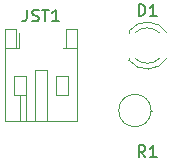
<source format=gbr>
%TF.GenerationSoftware,KiCad,Pcbnew,8.0.8*%
%TF.CreationDate,2025-02-20T18:25:54-06:00*%
%TF.ProjectId,LED_CIRCUIT,4c45445f-4349-4524-9355-49542e6b6963,rev?*%
%TF.SameCoordinates,Original*%
%TF.FileFunction,Legend,Top*%
%TF.FilePolarity,Positive*%
%FSLAX46Y46*%
G04 Gerber Fmt 4.6, Leading zero omitted, Abs format (unit mm)*
G04 Created by KiCad (PCBNEW 8.0.8) date 2025-02-20 18:25:54*
%MOMM*%
%LPD*%
G01*
G04 APERTURE LIST*
%ADD10C,0.150000*%
%ADD11C,0.120000*%
G04 APERTURE END LIST*
D10*
X132761905Y-59494819D02*
X132761905Y-58494819D01*
X132761905Y-58494819D02*
X133000000Y-58494819D01*
X133000000Y-58494819D02*
X133142857Y-58542438D01*
X133142857Y-58542438D02*
X133238095Y-58637676D01*
X133238095Y-58637676D02*
X133285714Y-58732914D01*
X133285714Y-58732914D02*
X133333333Y-58923390D01*
X133333333Y-58923390D02*
X133333333Y-59066247D01*
X133333333Y-59066247D02*
X133285714Y-59256723D01*
X133285714Y-59256723D02*
X133238095Y-59351961D01*
X133238095Y-59351961D02*
X133142857Y-59447200D01*
X133142857Y-59447200D02*
X133000000Y-59494819D01*
X133000000Y-59494819D02*
X132761905Y-59494819D01*
X134285714Y-59494819D02*
X133714286Y-59494819D01*
X134000000Y-59494819D02*
X134000000Y-58494819D01*
X134000000Y-58494819D02*
X133904762Y-58637676D01*
X133904762Y-58637676D02*
X133809524Y-58732914D01*
X133809524Y-58732914D02*
X133714286Y-58780533D01*
X123309523Y-58954819D02*
X123309523Y-59669104D01*
X123309523Y-59669104D02*
X123261904Y-59811961D01*
X123261904Y-59811961D02*
X123166666Y-59907200D01*
X123166666Y-59907200D02*
X123023809Y-59954819D01*
X123023809Y-59954819D02*
X122928571Y-59954819D01*
X123738095Y-59907200D02*
X123880952Y-59954819D01*
X123880952Y-59954819D02*
X124119047Y-59954819D01*
X124119047Y-59954819D02*
X124214285Y-59907200D01*
X124214285Y-59907200D02*
X124261904Y-59859580D01*
X124261904Y-59859580D02*
X124309523Y-59764342D01*
X124309523Y-59764342D02*
X124309523Y-59669104D01*
X124309523Y-59669104D02*
X124261904Y-59573866D01*
X124261904Y-59573866D02*
X124214285Y-59526247D01*
X124214285Y-59526247D02*
X124119047Y-59478628D01*
X124119047Y-59478628D02*
X123928571Y-59431009D01*
X123928571Y-59431009D02*
X123833333Y-59383390D01*
X123833333Y-59383390D02*
X123785714Y-59335771D01*
X123785714Y-59335771D02*
X123738095Y-59240533D01*
X123738095Y-59240533D02*
X123738095Y-59145295D01*
X123738095Y-59145295D02*
X123785714Y-59050057D01*
X123785714Y-59050057D02*
X123833333Y-59002438D01*
X123833333Y-59002438D02*
X123928571Y-58954819D01*
X123928571Y-58954819D02*
X124166666Y-58954819D01*
X124166666Y-58954819D02*
X124309523Y-59002438D01*
X124595238Y-58954819D02*
X125166666Y-58954819D01*
X124880952Y-59954819D02*
X124880952Y-58954819D01*
X126023809Y-59954819D02*
X125452381Y-59954819D01*
X125738095Y-59954819D02*
X125738095Y-58954819D01*
X125738095Y-58954819D02*
X125642857Y-59097676D01*
X125642857Y-59097676D02*
X125547619Y-59192914D01*
X125547619Y-59192914D02*
X125452381Y-59240533D01*
X133333333Y-71454819D02*
X133000000Y-70978628D01*
X132761905Y-71454819D02*
X132761905Y-70454819D01*
X132761905Y-70454819D02*
X133142857Y-70454819D01*
X133142857Y-70454819D02*
X133238095Y-70502438D01*
X133238095Y-70502438D02*
X133285714Y-70550057D01*
X133285714Y-70550057D02*
X133333333Y-70645295D01*
X133333333Y-70645295D02*
X133333333Y-70788152D01*
X133333333Y-70788152D02*
X133285714Y-70883390D01*
X133285714Y-70883390D02*
X133238095Y-70931009D01*
X133238095Y-70931009D02*
X133142857Y-70978628D01*
X133142857Y-70978628D02*
X132761905Y-70978628D01*
X134285714Y-71454819D02*
X133714286Y-71454819D01*
X134000000Y-71454819D02*
X134000000Y-70454819D01*
X134000000Y-70454819D02*
X133904762Y-70597676D01*
X133904762Y-70597676D02*
X133809524Y-70692914D01*
X133809524Y-70692914D02*
X133714286Y-70740533D01*
D11*
%TO.C,D1*%
X131940000Y-60764000D02*
X131940000Y-60920000D01*
X131940000Y-63080000D02*
X131940000Y-63236000D01*
X131940000Y-60764484D02*
G75*
G02*
X135171397Y-60919939I1560000J-1235516D01*
G01*
X132459039Y-60920000D02*
G75*
G02*
X134540910Y-60919951I1040961J-1080000D01*
G01*
X134540910Y-63080049D02*
G75*
G02*
X132459039Y-63080000I-1040910J1080049D01*
G01*
X135171397Y-63080061D02*
G75*
G02*
X131940000Y-63235516I-1671397J1080061D01*
G01*
%TO.C,JST1*%
X121440000Y-60590000D02*
X121440000Y-68410000D01*
X121440000Y-62190000D02*
X122360000Y-62190000D01*
X121440000Y-68410000D02*
X127560000Y-68410000D01*
X122200000Y-64550000D02*
X122200000Y-66150000D01*
X122200000Y-66150000D02*
X123200000Y-66150000D01*
X122360000Y-60590000D02*
X121440000Y-60590000D01*
X122360000Y-62190000D02*
X122360000Y-60590000D01*
X122640000Y-62190000D02*
X122360000Y-62190000D01*
X122640000Y-62190000D02*
X122640000Y-60975000D01*
X122700000Y-66150000D02*
X122700000Y-68410000D01*
X123200000Y-64550000D02*
X122200000Y-64550000D01*
X123200000Y-66150000D02*
X123200000Y-64550000D01*
X123200000Y-66150000D02*
X123200000Y-68410000D01*
X124000000Y-64050000D02*
X125000000Y-64050000D01*
X124000000Y-68410000D02*
X124000000Y-64050000D01*
X125000000Y-64050000D02*
X125000000Y-68410000D01*
X125800000Y-64550000D02*
X126800000Y-64550000D01*
X125800000Y-66150000D02*
X125800000Y-64550000D01*
X126640000Y-60590000D02*
X126640000Y-62190000D01*
X126640000Y-62190000D02*
X126360000Y-62190000D01*
X126800000Y-64550000D02*
X126800000Y-66150000D01*
X126800000Y-66150000D02*
X125800000Y-66150000D01*
X127560000Y-60590000D02*
X126640000Y-60590000D01*
X127560000Y-62190000D02*
X126640000Y-62190000D01*
X127560000Y-68410000D02*
X127560000Y-60590000D01*
%TO.C,R1*%
X133825000Y-67500000D02*
X133895000Y-67500000D01*
X133825000Y-67500000D02*
G75*
G02*
X131085000Y-67500000I-1370000J0D01*
G01*
X131085000Y-67500000D02*
G75*
G02*
X133825000Y-67500000I1370000J0D01*
G01*
%TD*%
M02*

</source>
